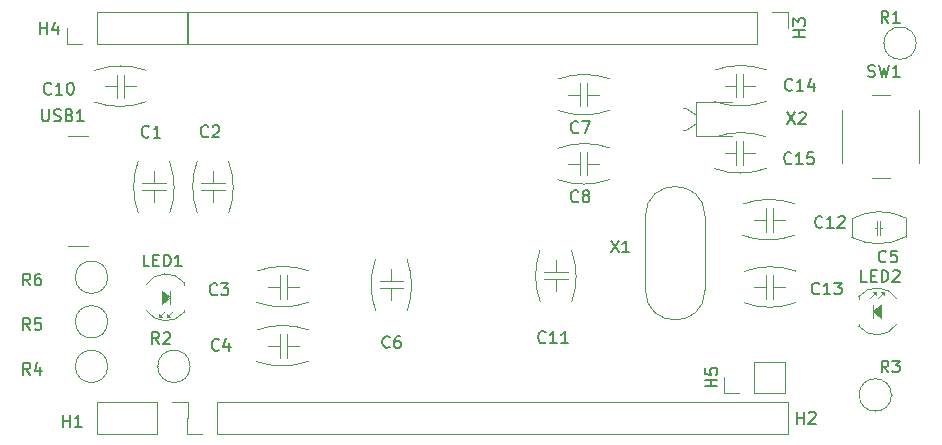
<source format=gto>
G04 Layer: TopSilkscreenLayer*
G04 EasyEDA Pro v2.2.27.1, 2024-09-15 10:59:50*
G04 Gerber Generator version 0.3*
G04 Scale: 100 percent, Rotated: No, Reflected: No*
G04 Dimensions in millimeters*
G04 Leading zeros omitted, absolute positions, 3 integers and 5 decimals*
%TF.GenerationSoftware,KiCad,Pcbnew,8.0.5*%
%TF.CreationDate,2024-10-21T18:28:28+08:00*%
%TF.ProjectId,redraw_TH,72656472-6177-45f5-9448-2e6b69636164,rev?*%
%TF.SameCoordinates,Original*%
%TF.FileFunction,Legend,Top*%
%TF.FilePolarity,Positive*%
%FSLAX46Y46*%
G04 Gerber Fmt 4.6, Leading zero omitted, Abs format (unit mm)*
G04 Created by KiCad (PCBNEW 8.0.5) date 2024-10-21 18:28:28*
%MOMM*%
%LPD*%
G01*
G04 APERTURE LIST*
%ADD10C,0.150000*%
%ADD11C,0.120000*%
G04 APERTURE END LIST*
D10*
X126980476Y-92214819D02*
X127647142Y-93214819D01*
X127647142Y-92214819D02*
X126980476Y-93214819D01*
X127980476Y-92310057D02*
X128028095Y-92262438D01*
X128028095Y-92262438D02*
X128123333Y-92214819D01*
X128123333Y-92214819D02*
X128361428Y-92214819D01*
X128361428Y-92214819D02*
X128456666Y-92262438D01*
X128456666Y-92262438D02*
X128504285Y-92310057D01*
X128504285Y-92310057D02*
X128551904Y-92405295D01*
X128551904Y-92405295D02*
X128551904Y-92500533D01*
X128551904Y-92500533D02*
X128504285Y-92643390D01*
X128504285Y-92643390D02*
X127932857Y-93214819D01*
X127932857Y-93214819D02*
X128551904Y-93214819D01*
X112040476Y-103084819D02*
X112707142Y-104084819D01*
X112707142Y-103084819D02*
X112040476Y-104084819D01*
X113611904Y-104084819D02*
X113040476Y-104084819D01*
X113326190Y-104084819D02*
X113326190Y-103084819D01*
X113326190Y-103084819D02*
X113230952Y-103227676D01*
X113230952Y-103227676D02*
X113135714Y-103322914D01*
X113135714Y-103322914D02*
X113040476Y-103370533D01*
X63901905Y-91984819D02*
X63901905Y-92794342D01*
X63901905Y-92794342D02*
X63949524Y-92889580D01*
X63949524Y-92889580D02*
X63997143Y-92937200D01*
X63997143Y-92937200D02*
X64092381Y-92984819D01*
X64092381Y-92984819D02*
X64282857Y-92984819D01*
X64282857Y-92984819D02*
X64378095Y-92937200D01*
X64378095Y-92937200D02*
X64425714Y-92889580D01*
X64425714Y-92889580D02*
X64473333Y-92794342D01*
X64473333Y-92794342D02*
X64473333Y-91984819D01*
X64901905Y-92937200D02*
X65044762Y-92984819D01*
X65044762Y-92984819D02*
X65282857Y-92984819D01*
X65282857Y-92984819D02*
X65378095Y-92937200D01*
X65378095Y-92937200D02*
X65425714Y-92889580D01*
X65425714Y-92889580D02*
X65473333Y-92794342D01*
X65473333Y-92794342D02*
X65473333Y-92699104D01*
X65473333Y-92699104D02*
X65425714Y-92603866D01*
X65425714Y-92603866D02*
X65378095Y-92556247D01*
X65378095Y-92556247D02*
X65282857Y-92508628D01*
X65282857Y-92508628D02*
X65092381Y-92461009D01*
X65092381Y-92461009D02*
X64997143Y-92413390D01*
X64997143Y-92413390D02*
X64949524Y-92365771D01*
X64949524Y-92365771D02*
X64901905Y-92270533D01*
X64901905Y-92270533D02*
X64901905Y-92175295D01*
X64901905Y-92175295D02*
X64949524Y-92080057D01*
X64949524Y-92080057D02*
X64997143Y-92032438D01*
X64997143Y-92032438D02*
X65092381Y-91984819D01*
X65092381Y-91984819D02*
X65330476Y-91984819D01*
X65330476Y-91984819D02*
X65473333Y-92032438D01*
X66235238Y-92461009D02*
X66378095Y-92508628D01*
X66378095Y-92508628D02*
X66425714Y-92556247D01*
X66425714Y-92556247D02*
X66473333Y-92651485D01*
X66473333Y-92651485D02*
X66473333Y-92794342D01*
X66473333Y-92794342D02*
X66425714Y-92889580D01*
X66425714Y-92889580D02*
X66378095Y-92937200D01*
X66378095Y-92937200D02*
X66282857Y-92984819D01*
X66282857Y-92984819D02*
X65901905Y-92984819D01*
X65901905Y-92984819D02*
X65901905Y-91984819D01*
X65901905Y-91984819D02*
X66235238Y-91984819D01*
X66235238Y-91984819D02*
X66330476Y-92032438D01*
X66330476Y-92032438D02*
X66378095Y-92080057D01*
X66378095Y-92080057D02*
X66425714Y-92175295D01*
X66425714Y-92175295D02*
X66425714Y-92270533D01*
X66425714Y-92270533D02*
X66378095Y-92365771D01*
X66378095Y-92365771D02*
X66330476Y-92413390D01*
X66330476Y-92413390D02*
X66235238Y-92461009D01*
X66235238Y-92461009D02*
X65901905Y-92461009D01*
X67425714Y-92984819D02*
X66854286Y-92984819D01*
X67140000Y-92984819D02*
X67140000Y-91984819D01*
X67140000Y-91984819D02*
X67044762Y-92127676D01*
X67044762Y-92127676D02*
X66949524Y-92222914D01*
X66949524Y-92222914D02*
X66854286Y-92270533D01*
X133834048Y-89187200D02*
X133976905Y-89234819D01*
X133976905Y-89234819D02*
X134215000Y-89234819D01*
X134215000Y-89234819D02*
X134310238Y-89187200D01*
X134310238Y-89187200D02*
X134357857Y-89139580D01*
X134357857Y-89139580D02*
X134405476Y-89044342D01*
X134405476Y-89044342D02*
X134405476Y-88949104D01*
X134405476Y-88949104D02*
X134357857Y-88853866D01*
X134357857Y-88853866D02*
X134310238Y-88806247D01*
X134310238Y-88806247D02*
X134215000Y-88758628D01*
X134215000Y-88758628D02*
X134024524Y-88711009D01*
X134024524Y-88711009D02*
X133929286Y-88663390D01*
X133929286Y-88663390D02*
X133881667Y-88615771D01*
X133881667Y-88615771D02*
X133834048Y-88520533D01*
X133834048Y-88520533D02*
X133834048Y-88425295D01*
X133834048Y-88425295D02*
X133881667Y-88330057D01*
X133881667Y-88330057D02*
X133929286Y-88282438D01*
X133929286Y-88282438D02*
X134024524Y-88234819D01*
X134024524Y-88234819D02*
X134262619Y-88234819D01*
X134262619Y-88234819D02*
X134405476Y-88282438D01*
X134738810Y-88234819D02*
X134976905Y-89234819D01*
X134976905Y-89234819D02*
X135167381Y-88520533D01*
X135167381Y-88520533D02*
X135357857Y-89234819D01*
X135357857Y-89234819D02*
X135595953Y-88234819D01*
X136500714Y-89234819D02*
X135929286Y-89234819D01*
X136215000Y-89234819D02*
X136215000Y-88234819D01*
X136215000Y-88234819D02*
X136119762Y-88377676D01*
X136119762Y-88377676D02*
X136024524Y-88472914D01*
X136024524Y-88472914D02*
X135929286Y-88520533D01*
X62883333Y-106884819D02*
X62550000Y-106408628D01*
X62311905Y-106884819D02*
X62311905Y-105884819D01*
X62311905Y-105884819D02*
X62692857Y-105884819D01*
X62692857Y-105884819D02*
X62788095Y-105932438D01*
X62788095Y-105932438D02*
X62835714Y-105980057D01*
X62835714Y-105980057D02*
X62883333Y-106075295D01*
X62883333Y-106075295D02*
X62883333Y-106218152D01*
X62883333Y-106218152D02*
X62835714Y-106313390D01*
X62835714Y-106313390D02*
X62788095Y-106361009D01*
X62788095Y-106361009D02*
X62692857Y-106408628D01*
X62692857Y-106408628D02*
X62311905Y-106408628D01*
X63740476Y-105884819D02*
X63550000Y-105884819D01*
X63550000Y-105884819D02*
X63454762Y-105932438D01*
X63454762Y-105932438D02*
X63407143Y-105980057D01*
X63407143Y-105980057D02*
X63311905Y-106122914D01*
X63311905Y-106122914D02*
X63264286Y-106313390D01*
X63264286Y-106313390D02*
X63264286Y-106694342D01*
X63264286Y-106694342D02*
X63311905Y-106789580D01*
X63311905Y-106789580D02*
X63359524Y-106837200D01*
X63359524Y-106837200D02*
X63454762Y-106884819D01*
X63454762Y-106884819D02*
X63645238Y-106884819D01*
X63645238Y-106884819D02*
X63740476Y-106837200D01*
X63740476Y-106837200D02*
X63788095Y-106789580D01*
X63788095Y-106789580D02*
X63835714Y-106694342D01*
X63835714Y-106694342D02*
X63835714Y-106456247D01*
X63835714Y-106456247D02*
X63788095Y-106361009D01*
X63788095Y-106361009D02*
X63740476Y-106313390D01*
X63740476Y-106313390D02*
X63645238Y-106265771D01*
X63645238Y-106265771D02*
X63454762Y-106265771D01*
X63454762Y-106265771D02*
X63359524Y-106313390D01*
X63359524Y-106313390D02*
X63311905Y-106361009D01*
X63311905Y-106361009D02*
X63264286Y-106456247D01*
X62883333Y-110659819D02*
X62550000Y-110183628D01*
X62311905Y-110659819D02*
X62311905Y-109659819D01*
X62311905Y-109659819D02*
X62692857Y-109659819D01*
X62692857Y-109659819D02*
X62788095Y-109707438D01*
X62788095Y-109707438D02*
X62835714Y-109755057D01*
X62835714Y-109755057D02*
X62883333Y-109850295D01*
X62883333Y-109850295D02*
X62883333Y-109993152D01*
X62883333Y-109993152D02*
X62835714Y-110088390D01*
X62835714Y-110088390D02*
X62788095Y-110136009D01*
X62788095Y-110136009D02*
X62692857Y-110183628D01*
X62692857Y-110183628D02*
X62311905Y-110183628D01*
X63788095Y-109659819D02*
X63311905Y-109659819D01*
X63311905Y-109659819D02*
X63264286Y-110136009D01*
X63264286Y-110136009D02*
X63311905Y-110088390D01*
X63311905Y-110088390D02*
X63407143Y-110040771D01*
X63407143Y-110040771D02*
X63645238Y-110040771D01*
X63645238Y-110040771D02*
X63740476Y-110088390D01*
X63740476Y-110088390D02*
X63788095Y-110136009D01*
X63788095Y-110136009D02*
X63835714Y-110231247D01*
X63835714Y-110231247D02*
X63835714Y-110469342D01*
X63835714Y-110469342D02*
X63788095Y-110564580D01*
X63788095Y-110564580D02*
X63740476Y-110612200D01*
X63740476Y-110612200D02*
X63645238Y-110659819D01*
X63645238Y-110659819D02*
X63407143Y-110659819D01*
X63407143Y-110659819D02*
X63311905Y-110612200D01*
X63311905Y-110612200D02*
X63264286Y-110564580D01*
X62883333Y-114434819D02*
X62550000Y-113958628D01*
X62311905Y-114434819D02*
X62311905Y-113434819D01*
X62311905Y-113434819D02*
X62692857Y-113434819D01*
X62692857Y-113434819D02*
X62788095Y-113482438D01*
X62788095Y-113482438D02*
X62835714Y-113530057D01*
X62835714Y-113530057D02*
X62883333Y-113625295D01*
X62883333Y-113625295D02*
X62883333Y-113768152D01*
X62883333Y-113768152D02*
X62835714Y-113863390D01*
X62835714Y-113863390D02*
X62788095Y-113911009D01*
X62788095Y-113911009D02*
X62692857Y-113958628D01*
X62692857Y-113958628D02*
X62311905Y-113958628D01*
X63740476Y-113768152D02*
X63740476Y-114434819D01*
X63502381Y-113387200D02*
X63264286Y-114101485D01*
X63264286Y-114101485D02*
X63883333Y-114101485D01*
X135548333Y-114244819D02*
X135215000Y-113768628D01*
X134976905Y-114244819D02*
X134976905Y-113244819D01*
X134976905Y-113244819D02*
X135357857Y-113244819D01*
X135357857Y-113244819D02*
X135453095Y-113292438D01*
X135453095Y-113292438D02*
X135500714Y-113340057D01*
X135500714Y-113340057D02*
X135548333Y-113435295D01*
X135548333Y-113435295D02*
X135548333Y-113578152D01*
X135548333Y-113578152D02*
X135500714Y-113673390D01*
X135500714Y-113673390D02*
X135453095Y-113721009D01*
X135453095Y-113721009D02*
X135357857Y-113768628D01*
X135357857Y-113768628D02*
X134976905Y-113768628D01*
X135881667Y-113244819D02*
X136500714Y-113244819D01*
X136500714Y-113244819D02*
X136167381Y-113625771D01*
X136167381Y-113625771D02*
X136310238Y-113625771D01*
X136310238Y-113625771D02*
X136405476Y-113673390D01*
X136405476Y-113673390D02*
X136453095Y-113721009D01*
X136453095Y-113721009D02*
X136500714Y-113816247D01*
X136500714Y-113816247D02*
X136500714Y-114054342D01*
X136500714Y-114054342D02*
X136453095Y-114149580D01*
X136453095Y-114149580D02*
X136405476Y-114197200D01*
X136405476Y-114197200D02*
X136310238Y-114244819D01*
X136310238Y-114244819D02*
X136024524Y-114244819D01*
X136024524Y-114244819D02*
X135929286Y-114197200D01*
X135929286Y-114197200D02*
X135881667Y-114149580D01*
X73803333Y-111834819D02*
X73470000Y-111358628D01*
X73231905Y-111834819D02*
X73231905Y-110834819D01*
X73231905Y-110834819D02*
X73612857Y-110834819D01*
X73612857Y-110834819D02*
X73708095Y-110882438D01*
X73708095Y-110882438D02*
X73755714Y-110930057D01*
X73755714Y-110930057D02*
X73803333Y-111025295D01*
X73803333Y-111025295D02*
X73803333Y-111168152D01*
X73803333Y-111168152D02*
X73755714Y-111263390D01*
X73755714Y-111263390D02*
X73708095Y-111311009D01*
X73708095Y-111311009D02*
X73612857Y-111358628D01*
X73612857Y-111358628D02*
X73231905Y-111358628D01*
X74184286Y-110930057D02*
X74231905Y-110882438D01*
X74231905Y-110882438D02*
X74327143Y-110834819D01*
X74327143Y-110834819D02*
X74565238Y-110834819D01*
X74565238Y-110834819D02*
X74660476Y-110882438D01*
X74660476Y-110882438D02*
X74708095Y-110930057D01*
X74708095Y-110930057D02*
X74755714Y-111025295D01*
X74755714Y-111025295D02*
X74755714Y-111120533D01*
X74755714Y-111120533D02*
X74708095Y-111263390D01*
X74708095Y-111263390D02*
X74136667Y-111834819D01*
X74136667Y-111834819D02*
X74755714Y-111834819D01*
X135548333Y-84654819D02*
X135215000Y-84178628D01*
X134976905Y-84654819D02*
X134976905Y-83654819D01*
X134976905Y-83654819D02*
X135357857Y-83654819D01*
X135357857Y-83654819D02*
X135453095Y-83702438D01*
X135453095Y-83702438D02*
X135500714Y-83750057D01*
X135500714Y-83750057D02*
X135548333Y-83845295D01*
X135548333Y-83845295D02*
X135548333Y-83988152D01*
X135548333Y-83988152D02*
X135500714Y-84083390D01*
X135500714Y-84083390D02*
X135453095Y-84131009D01*
X135453095Y-84131009D02*
X135357857Y-84178628D01*
X135357857Y-84178628D02*
X134976905Y-84178628D01*
X136500714Y-84654819D02*
X135929286Y-84654819D01*
X136215000Y-84654819D02*
X136215000Y-83654819D01*
X136215000Y-83654819D02*
X136119762Y-83797676D01*
X136119762Y-83797676D02*
X136024524Y-83892914D01*
X136024524Y-83892914D02*
X135929286Y-83940533D01*
X133738809Y-106581194D02*
X133262619Y-106581194D01*
X133262619Y-106581194D02*
X133262619Y-105581194D01*
X134072143Y-106057384D02*
X134405476Y-106057384D01*
X134548333Y-106581194D02*
X134072143Y-106581194D01*
X134072143Y-106581194D02*
X134072143Y-105581194D01*
X134072143Y-105581194D02*
X134548333Y-105581194D01*
X134976905Y-106581194D02*
X134976905Y-105581194D01*
X134976905Y-105581194D02*
X135215000Y-105581194D01*
X135215000Y-105581194D02*
X135357857Y-105628813D01*
X135357857Y-105628813D02*
X135453095Y-105724051D01*
X135453095Y-105724051D02*
X135500714Y-105819289D01*
X135500714Y-105819289D02*
X135548333Y-106009765D01*
X135548333Y-106009765D02*
X135548333Y-106152622D01*
X135548333Y-106152622D02*
X135500714Y-106343098D01*
X135500714Y-106343098D02*
X135453095Y-106438336D01*
X135453095Y-106438336D02*
X135357857Y-106533575D01*
X135357857Y-106533575D02*
X135215000Y-106581194D01*
X135215000Y-106581194D02*
X134976905Y-106581194D01*
X135929286Y-105676432D02*
X135976905Y-105628813D01*
X135976905Y-105628813D02*
X136072143Y-105581194D01*
X136072143Y-105581194D02*
X136310238Y-105581194D01*
X136310238Y-105581194D02*
X136405476Y-105628813D01*
X136405476Y-105628813D02*
X136453095Y-105676432D01*
X136453095Y-105676432D02*
X136500714Y-105771670D01*
X136500714Y-105771670D02*
X136500714Y-105866908D01*
X136500714Y-105866908D02*
X136453095Y-106009765D01*
X136453095Y-106009765D02*
X135881667Y-106581194D01*
X135881667Y-106581194D02*
X136500714Y-106581194D01*
X72970952Y-105284819D02*
X72494762Y-105284819D01*
X72494762Y-105284819D02*
X72494762Y-104284819D01*
X73304286Y-104761009D02*
X73637619Y-104761009D01*
X73780476Y-105284819D02*
X73304286Y-105284819D01*
X73304286Y-105284819D02*
X73304286Y-104284819D01*
X73304286Y-104284819D02*
X73780476Y-104284819D01*
X74209048Y-105284819D02*
X74209048Y-104284819D01*
X74209048Y-104284819D02*
X74447143Y-104284819D01*
X74447143Y-104284819D02*
X74590000Y-104332438D01*
X74590000Y-104332438D02*
X74685238Y-104427676D01*
X74685238Y-104427676D02*
X74732857Y-104522914D01*
X74732857Y-104522914D02*
X74780476Y-104713390D01*
X74780476Y-104713390D02*
X74780476Y-104856247D01*
X74780476Y-104856247D02*
X74732857Y-105046723D01*
X74732857Y-105046723D02*
X74685238Y-105141961D01*
X74685238Y-105141961D02*
X74590000Y-105237200D01*
X74590000Y-105237200D02*
X74447143Y-105284819D01*
X74447143Y-105284819D02*
X74209048Y-105284819D01*
X75732857Y-105284819D02*
X75161429Y-105284819D01*
X75447143Y-105284819D02*
X75447143Y-104284819D01*
X75447143Y-104284819D02*
X75351905Y-104427676D01*
X75351905Y-104427676D02*
X75256667Y-104522914D01*
X75256667Y-104522914D02*
X75161429Y-104570533D01*
X121064819Y-115431904D02*
X120064819Y-115431904D01*
X120541009Y-115431904D02*
X120541009Y-114860476D01*
X121064819Y-114860476D02*
X120064819Y-114860476D01*
X120064819Y-113908095D02*
X120064819Y-114384285D01*
X120064819Y-114384285D02*
X120541009Y-114431904D01*
X120541009Y-114431904D02*
X120493390Y-114384285D01*
X120493390Y-114384285D02*
X120445771Y-114289047D01*
X120445771Y-114289047D02*
X120445771Y-114050952D01*
X120445771Y-114050952D02*
X120493390Y-113955714D01*
X120493390Y-113955714D02*
X120541009Y-113908095D01*
X120541009Y-113908095D02*
X120636247Y-113860476D01*
X120636247Y-113860476D02*
X120874342Y-113860476D01*
X120874342Y-113860476D02*
X120969580Y-113908095D01*
X120969580Y-113908095D02*
X121017200Y-113955714D01*
X121017200Y-113955714D02*
X121064819Y-114050952D01*
X121064819Y-114050952D02*
X121064819Y-114289047D01*
X121064819Y-114289047D02*
X121017200Y-114384285D01*
X121017200Y-114384285D02*
X120969580Y-114431904D01*
X63738095Y-85604819D02*
X63738095Y-84604819D01*
X63738095Y-85081009D02*
X64309523Y-85081009D01*
X64309523Y-85604819D02*
X64309523Y-84604819D01*
X65214285Y-84938152D02*
X65214285Y-85604819D01*
X64976190Y-84557200D02*
X64738095Y-85271485D01*
X64738095Y-85271485D02*
X65357142Y-85271485D01*
X128514819Y-85851904D02*
X127514819Y-85851904D01*
X127991009Y-85851904D02*
X127991009Y-85280476D01*
X128514819Y-85280476D02*
X127514819Y-85280476D01*
X127514819Y-84899523D02*
X127514819Y-84280476D01*
X127514819Y-84280476D02*
X127895771Y-84613809D01*
X127895771Y-84613809D02*
X127895771Y-84470952D01*
X127895771Y-84470952D02*
X127943390Y-84375714D01*
X127943390Y-84375714D02*
X127991009Y-84328095D01*
X127991009Y-84328095D02*
X128086247Y-84280476D01*
X128086247Y-84280476D02*
X128324342Y-84280476D01*
X128324342Y-84280476D02*
X128419580Y-84328095D01*
X128419580Y-84328095D02*
X128467200Y-84375714D01*
X128467200Y-84375714D02*
X128514819Y-84470952D01*
X128514819Y-84470952D02*
X128514819Y-84756666D01*
X128514819Y-84756666D02*
X128467200Y-84851904D01*
X128467200Y-84851904D02*
X128419580Y-84899523D01*
X127818095Y-118594819D02*
X127818095Y-117594819D01*
X127818095Y-118071009D02*
X128389523Y-118071009D01*
X128389523Y-118594819D02*
X128389523Y-117594819D01*
X128818095Y-117690057D02*
X128865714Y-117642438D01*
X128865714Y-117642438D02*
X128960952Y-117594819D01*
X128960952Y-117594819D02*
X129199047Y-117594819D01*
X129199047Y-117594819D02*
X129294285Y-117642438D01*
X129294285Y-117642438D02*
X129341904Y-117690057D01*
X129341904Y-117690057D02*
X129389523Y-117785295D01*
X129389523Y-117785295D02*
X129389523Y-117880533D01*
X129389523Y-117880533D02*
X129341904Y-118023390D01*
X129341904Y-118023390D02*
X128770476Y-118594819D01*
X128770476Y-118594819D02*
X129389523Y-118594819D01*
X65668095Y-118864819D02*
X65668095Y-117864819D01*
X65668095Y-118341009D02*
X66239523Y-118341009D01*
X66239523Y-118864819D02*
X66239523Y-117864819D01*
X67239523Y-118864819D02*
X66668095Y-118864819D01*
X66953809Y-118864819D02*
X66953809Y-117864819D01*
X66953809Y-117864819D02*
X66858571Y-118007676D01*
X66858571Y-118007676D02*
X66763333Y-118102914D01*
X66763333Y-118102914D02*
X66668095Y-118150533D01*
X127337142Y-96519580D02*
X127289523Y-96567200D01*
X127289523Y-96567200D02*
X127146666Y-96614819D01*
X127146666Y-96614819D02*
X127051428Y-96614819D01*
X127051428Y-96614819D02*
X126908571Y-96567200D01*
X126908571Y-96567200D02*
X126813333Y-96471961D01*
X126813333Y-96471961D02*
X126765714Y-96376723D01*
X126765714Y-96376723D02*
X126718095Y-96186247D01*
X126718095Y-96186247D02*
X126718095Y-96043390D01*
X126718095Y-96043390D02*
X126765714Y-95852914D01*
X126765714Y-95852914D02*
X126813333Y-95757676D01*
X126813333Y-95757676D02*
X126908571Y-95662438D01*
X126908571Y-95662438D02*
X127051428Y-95614819D01*
X127051428Y-95614819D02*
X127146666Y-95614819D01*
X127146666Y-95614819D02*
X127289523Y-95662438D01*
X127289523Y-95662438D02*
X127337142Y-95710057D01*
X128289523Y-96614819D02*
X127718095Y-96614819D01*
X128003809Y-96614819D02*
X128003809Y-95614819D01*
X128003809Y-95614819D02*
X127908571Y-95757676D01*
X127908571Y-95757676D02*
X127813333Y-95852914D01*
X127813333Y-95852914D02*
X127718095Y-95900533D01*
X129194285Y-95614819D02*
X128718095Y-95614819D01*
X128718095Y-95614819D02*
X128670476Y-96091009D01*
X128670476Y-96091009D02*
X128718095Y-96043390D01*
X128718095Y-96043390D02*
X128813333Y-95995771D01*
X128813333Y-95995771D02*
X129051428Y-95995771D01*
X129051428Y-95995771D02*
X129146666Y-96043390D01*
X129146666Y-96043390D02*
X129194285Y-96091009D01*
X129194285Y-96091009D02*
X129241904Y-96186247D01*
X129241904Y-96186247D02*
X129241904Y-96424342D01*
X129241904Y-96424342D02*
X129194285Y-96519580D01*
X129194285Y-96519580D02*
X129146666Y-96567200D01*
X129146666Y-96567200D02*
X129051428Y-96614819D01*
X129051428Y-96614819D02*
X128813333Y-96614819D01*
X128813333Y-96614819D02*
X128718095Y-96567200D01*
X128718095Y-96567200D02*
X128670476Y-96519580D01*
X127407142Y-90309580D02*
X127359523Y-90357200D01*
X127359523Y-90357200D02*
X127216666Y-90404819D01*
X127216666Y-90404819D02*
X127121428Y-90404819D01*
X127121428Y-90404819D02*
X126978571Y-90357200D01*
X126978571Y-90357200D02*
X126883333Y-90261961D01*
X126883333Y-90261961D02*
X126835714Y-90166723D01*
X126835714Y-90166723D02*
X126788095Y-89976247D01*
X126788095Y-89976247D02*
X126788095Y-89833390D01*
X126788095Y-89833390D02*
X126835714Y-89642914D01*
X126835714Y-89642914D02*
X126883333Y-89547676D01*
X126883333Y-89547676D02*
X126978571Y-89452438D01*
X126978571Y-89452438D02*
X127121428Y-89404819D01*
X127121428Y-89404819D02*
X127216666Y-89404819D01*
X127216666Y-89404819D02*
X127359523Y-89452438D01*
X127359523Y-89452438D02*
X127407142Y-89500057D01*
X128359523Y-90404819D02*
X127788095Y-90404819D01*
X128073809Y-90404819D02*
X128073809Y-89404819D01*
X128073809Y-89404819D02*
X127978571Y-89547676D01*
X127978571Y-89547676D02*
X127883333Y-89642914D01*
X127883333Y-89642914D02*
X127788095Y-89690533D01*
X129216666Y-89738152D02*
X129216666Y-90404819D01*
X128978571Y-89357200D02*
X128740476Y-90071485D01*
X128740476Y-90071485D02*
X129359523Y-90071485D01*
X129687142Y-107549580D02*
X129639523Y-107597200D01*
X129639523Y-107597200D02*
X129496666Y-107644819D01*
X129496666Y-107644819D02*
X129401428Y-107644819D01*
X129401428Y-107644819D02*
X129258571Y-107597200D01*
X129258571Y-107597200D02*
X129163333Y-107501961D01*
X129163333Y-107501961D02*
X129115714Y-107406723D01*
X129115714Y-107406723D02*
X129068095Y-107216247D01*
X129068095Y-107216247D02*
X129068095Y-107073390D01*
X129068095Y-107073390D02*
X129115714Y-106882914D01*
X129115714Y-106882914D02*
X129163333Y-106787676D01*
X129163333Y-106787676D02*
X129258571Y-106692438D01*
X129258571Y-106692438D02*
X129401428Y-106644819D01*
X129401428Y-106644819D02*
X129496666Y-106644819D01*
X129496666Y-106644819D02*
X129639523Y-106692438D01*
X129639523Y-106692438D02*
X129687142Y-106740057D01*
X130639523Y-107644819D02*
X130068095Y-107644819D01*
X130353809Y-107644819D02*
X130353809Y-106644819D01*
X130353809Y-106644819D02*
X130258571Y-106787676D01*
X130258571Y-106787676D02*
X130163333Y-106882914D01*
X130163333Y-106882914D02*
X130068095Y-106930533D01*
X130972857Y-106644819D02*
X131591904Y-106644819D01*
X131591904Y-106644819D02*
X131258571Y-107025771D01*
X131258571Y-107025771D02*
X131401428Y-107025771D01*
X131401428Y-107025771D02*
X131496666Y-107073390D01*
X131496666Y-107073390D02*
X131544285Y-107121009D01*
X131544285Y-107121009D02*
X131591904Y-107216247D01*
X131591904Y-107216247D02*
X131591904Y-107454342D01*
X131591904Y-107454342D02*
X131544285Y-107549580D01*
X131544285Y-107549580D02*
X131496666Y-107597200D01*
X131496666Y-107597200D02*
X131401428Y-107644819D01*
X131401428Y-107644819D02*
X131115714Y-107644819D01*
X131115714Y-107644819D02*
X131020476Y-107597200D01*
X131020476Y-107597200D02*
X130972857Y-107549580D01*
X129957142Y-101909580D02*
X129909523Y-101957200D01*
X129909523Y-101957200D02*
X129766666Y-102004819D01*
X129766666Y-102004819D02*
X129671428Y-102004819D01*
X129671428Y-102004819D02*
X129528571Y-101957200D01*
X129528571Y-101957200D02*
X129433333Y-101861961D01*
X129433333Y-101861961D02*
X129385714Y-101766723D01*
X129385714Y-101766723D02*
X129338095Y-101576247D01*
X129338095Y-101576247D02*
X129338095Y-101433390D01*
X129338095Y-101433390D02*
X129385714Y-101242914D01*
X129385714Y-101242914D02*
X129433333Y-101147676D01*
X129433333Y-101147676D02*
X129528571Y-101052438D01*
X129528571Y-101052438D02*
X129671428Y-101004819D01*
X129671428Y-101004819D02*
X129766666Y-101004819D01*
X129766666Y-101004819D02*
X129909523Y-101052438D01*
X129909523Y-101052438D02*
X129957142Y-101100057D01*
X130909523Y-102004819D02*
X130338095Y-102004819D01*
X130623809Y-102004819D02*
X130623809Y-101004819D01*
X130623809Y-101004819D02*
X130528571Y-101147676D01*
X130528571Y-101147676D02*
X130433333Y-101242914D01*
X130433333Y-101242914D02*
X130338095Y-101290533D01*
X131290476Y-101100057D02*
X131338095Y-101052438D01*
X131338095Y-101052438D02*
X131433333Y-101004819D01*
X131433333Y-101004819D02*
X131671428Y-101004819D01*
X131671428Y-101004819D02*
X131766666Y-101052438D01*
X131766666Y-101052438D02*
X131814285Y-101100057D01*
X131814285Y-101100057D02*
X131861904Y-101195295D01*
X131861904Y-101195295D02*
X131861904Y-101290533D01*
X131861904Y-101290533D02*
X131814285Y-101433390D01*
X131814285Y-101433390D02*
X131242857Y-102004819D01*
X131242857Y-102004819D02*
X131861904Y-102004819D01*
X106527142Y-111679580D02*
X106479523Y-111727200D01*
X106479523Y-111727200D02*
X106336666Y-111774819D01*
X106336666Y-111774819D02*
X106241428Y-111774819D01*
X106241428Y-111774819D02*
X106098571Y-111727200D01*
X106098571Y-111727200D02*
X106003333Y-111631961D01*
X106003333Y-111631961D02*
X105955714Y-111536723D01*
X105955714Y-111536723D02*
X105908095Y-111346247D01*
X105908095Y-111346247D02*
X105908095Y-111203390D01*
X105908095Y-111203390D02*
X105955714Y-111012914D01*
X105955714Y-111012914D02*
X106003333Y-110917676D01*
X106003333Y-110917676D02*
X106098571Y-110822438D01*
X106098571Y-110822438D02*
X106241428Y-110774819D01*
X106241428Y-110774819D02*
X106336666Y-110774819D01*
X106336666Y-110774819D02*
X106479523Y-110822438D01*
X106479523Y-110822438D02*
X106527142Y-110870057D01*
X107479523Y-111774819D02*
X106908095Y-111774819D01*
X107193809Y-111774819D02*
X107193809Y-110774819D01*
X107193809Y-110774819D02*
X107098571Y-110917676D01*
X107098571Y-110917676D02*
X107003333Y-111012914D01*
X107003333Y-111012914D02*
X106908095Y-111060533D01*
X108431904Y-111774819D02*
X107860476Y-111774819D01*
X108146190Y-111774819D02*
X108146190Y-110774819D01*
X108146190Y-110774819D02*
X108050952Y-110917676D01*
X108050952Y-110917676D02*
X107955714Y-111012914D01*
X107955714Y-111012914D02*
X107860476Y-111060533D01*
X64667142Y-90629580D02*
X64619523Y-90677200D01*
X64619523Y-90677200D02*
X64476666Y-90724819D01*
X64476666Y-90724819D02*
X64381428Y-90724819D01*
X64381428Y-90724819D02*
X64238571Y-90677200D01*
X64238571Y-90677200D02*
X64143333Y-90581961D01*
X64143333Y-90581961D02*
X64095714Y-90486723D01*
X64095714Y-90486723D02*
X64048095Y-90296247D01*
X64048095Y-90296247D02*
X64048095Y-90153390D01*
X64048095Y-90153390D02*
X64095714Y-89962914D01*
X64095714Y-89962914D02*
X64143333Y-89867676D01*
X64143333Y-89867676D02*
X64238571Y-89772438D01*
X64238571Y-89772438D02*
X64381428Y-89724819D01*
X64381428Y-89724819D02*
X64476666Y-89724819D01*
X64476666Y-89724819D02*
X64619523Y-89772438D01*
X64619523Y-89772438D02*
X64667142Y-89820057D01*
X65619523Y-90724819D02*
X65048095Y-90724819D01*
X65333809Y-90724819D02*
X65333809Y-89724819D01*
X65333809Y-89724819D02*
X65238571Y-89867676D01*
X65238571Y-89867676D02*
X65143333Y-89962914D01*
X65143333Y-89962914D02*
X65048095Y-90010533D01*
X66238571Y-89724819D02*
X66333809Y-89724819D01*
X66333809Y-89724819D02*
X66429047Y-89772438D01*
X66429047Y-89772438D02*
X66476666Y-89820057D01*
X66476666Y-89820057D02*
X66524285Y-89915295D01*
X66524285Y-89915295D02*
X66571904Y-90105771D01*
X66571904Y-90105771D02*
X66571904Y-90343866D01*
X66571904Y-90343866D02*
X66524285Y-90534342D01*
X66524285Y-90534342D02*
X66476666Y-90629580D01*
X66476666Y-90629580D02*
X66429047Y-90677200D01*
X66429047Y-90677200D02*
X66333809Y-90724819D01*
X66333809Y-90724819D02*
X66238571Y-90724819D01*
X66238571Y-90724819D02*
X66143333Y-90677200D01*
X66143333Y-90677200D02*
X66095714Y-90629580D01*
X66095714Y-90629580D02*
X66048095Y-90534342D01*
X66048095Y-90534342D02*
X66000476Y-90343866D01*
X66000476Y-90343866D02*
X66000476Y-90105771D01*
X66000476Y-90105771D02*
X66048095Y-89915295D01*
X66048095Y-89915295D02*
X66095714Y-89820057D01*
X66095714Y-89820057D02*
X66143333Y-89772438D01*
X66143333Y-89772438D02*
X66238571Y-89724819D01*
X109293333Y-99749580D02*
X109245714Y-99797200D01*
X109245714Y-99797200D02*
X109102857Y-99844819D01*
X109102857Y-99844819D02*
X109007619Y-99844819D01*
X109007619Y-99844819D02*
X108864762Y-99797200D01*
X108864762Y-99797200D02*
X108769524Y-99701961D01*
X108769524Y-99701961D02*
X108721905Y-99606723D01*
X108721905Y-99606723D02*
X108674286Y-99416247D01*
X108674286Y-99416247D02*
X108674286Y-99273390D01*
X108674286Y-99273390D02*
X108721905Y-99082914D01*
X108721905Y-99082914D02*
X108769524Y-98987676D01*
X108769524Y-98987676D02*
X108864762Y-98892438D01*
X108864762Y-98892438D02*
X109007619Y-98844819D01*
X109007619Y-98844819D02*
X109102857Y-98844819D01*
X109102857Y-98844819D02*
X109245714Y-98892438D01*
X109245714Y-98892438D02*
X109293333Y-98940057D01*
X109864762Y-99273390D02*
X109769524Y-99225771D01*
X109769524Y-99225771D02*
X109721905Y-99178152D01*
X109721905Y-99178152D02*
X109674286Y-99082914D01*
X109674286Y-99082914D02*
X109674286Y-99035295D01*
X109674286Y-99035295D02*
X109721905Y-98940057D01*
X109721905Y-98940057D02*
X109769524Y-98892438D01*
X109769524Y-98892438D02*
X109864762Y-98844819D01*
X109864762Y-98844819D02*
X110055238Y-98844819D01*
X110055238Y-98844819D02*
X110150476Y-98892438D01*
X110150476Y-98892438D02*
X110198095Y-98940057D01*
X110198095Y-98940057D02*
X110245714Y-99035295D01*
X110245714Y-99035295D02*
X110245714Y-99082914D01*
X110245714Y-99082914D02*
X110198095Y-99178152D01*
X110198095Y-99178152D02*
X110150476Y-99225771D01*
X110150476Y-99225771D02*
X110055238Y-99273390D01*
X110055238Y-99273390D02*
X109864762Y-99273390D01*
X109864762Y-99273390D02*
X109769524Y-99321009D01*
X109769524Y-99321009D02*
X109721905Y-99368628D01*
X109721905Y-99368628D02*
X109674286Y-99463866D01*
X109674286Y-99463866D02*
X109674286Y-99654342D01*
X109674286Y-99654342D02*
X109721905Y-99749580D01*
X109721905Y-99749580D02*
X109769524Y-99797200D01*
X109769524Y-99797200D02*
X109864762Y-99844819D01*
X109864762Y-99844819D02*
X110055238Y-99844819D01*
X110055238Y-99844819D02*
X110150476Y-99797200D01*
X110150476Y-99797200D02*
X110198095Y-99749580D01*
X110198095Y-99749580D02*
X110245714Y-99654342D01*
X110245714Y-99654342D02*
X110245714Y-99463866D01*
X110245714Y-99463866D02*
X110198095Y-99368628D01*
X110198095Y-99368628D02*
X110150476Y-99321009D01*
X110150476Y-99321009D02*
X110055238Y-99273390D01*
X109293333Y-93894580D02*
X109245714Y-93942200D01*
X109245714Y-93942200D02*
X109102857Y-93989819D01*
X109102857Y-93989819D02*
X109007619Y-93989819D01*
X109007619Y-93989819D02*
X108864762Y-93942200D01*
X108864762Y-93942200D02*
X108769524Y-93846961D01*
X108769524Y-93846961D02*
X108721905Y-93751723D01*
X108721905Y-93751723D02*
X108674286Y-93561247D01*
X108674286Y-93561247D02*
X108674286Y-93418390D01*
X108674286Y-93418390D02*
X108721905Y-93227914D01*
X108721905Y-93227914D02*
X108769524Y-93132676D01*
X108769524Y-93132676D02*
X108864762Y-93037438D01*
X108864762Y-93037438D02*
X109007619Y-92989819D01*
X109007619Y-92989819D02*
X109102857Y-92989819D01*
X109102857Y-92989819D02*
X109245714Y-93037438D01*
X109245714Y-93037438D02*
X109293333Y-93085057D01*
X109626667Y-92989819D02*
X110293333Y-92989819D01*
X110293333Y-92989819D02*
X109864762Y-93989819D01*
X93333333Y-112079580D02*
X93285714Y-112127200D01*
X93285714Y-112127200D02*
X93142857Y-112174819D01*
X93142857Y-112174819D02*
X93047619Y-112174819D01*
X93047619Y-112174819D02*
X92904762Y-112127200D01*
X92904762Y-112127200D02*
X92809524Y-112031961D01*
X92809524Y-112031961D02*
X92761905Y-111936723D01*
X92761905Y-111936723D02*
X92714286Y-111746247D01*
X92714286Y-111746247D02*
X92714286Y-111603390D01*
X92714286Y-111603390D02*
X92761905Y-111412914D01*
X92761905Y-111412914D02*
X92809524Y-111317676D01*
X92809524Y-111317676D02*
X92904762Y-111222438D01*
X92904762Y-111222438D02*
X93047619Y-111174819D01*
X93047619Y-111174819D02*
X93142857Y-111174819D01*
X93142857Y-111174819D02*
X93285714Y-111222438D01*
X93285714Y-111222438D02*
X93333333Y-111270057D01*
X94190476Y-111174819D02*
X94000000Y-111174819D01*
X94000000Y-111174819D02*
X93904762Y-111222438D01*
X93904762Y-111222438D02*
X93857143Y-111270057D01*
X93857143Y-111270057D02*
X93761905Y-111412914D01*
X93761905Y-111412914D02*
X93714286Y-111603390D01*
X93714286Y-111603390D02*
X93714286Y-111984342D01*
X93714286Y-111984342D02*
X93761905Y-112079580D01*
X93761905Y-112079580D02*
X93809524Y-112127200D01*
X93809524Y-112127200D02*
X93904762Y-112174819D01*
X93904762Y-112174819D02*
X94095238Y-112174819D01*
X94095238Y-112174819D02*
X94190476Y-112127200D01*
X94190476Y-112127200D02*
X94238095Y-112079580D01*
X94238095Y-112079580D02*
X94285714Y-111984342D01*
X94285714Y-111984342D02*
X94285714Y-111746247D01*
X94285714Y-111746247D02*
X94238095Y-111651009D01*
X94238095Y-111651009D02*
X94190476Y-111603390D01*
X94190476Y-111603390D02*
X94095238Y-111555771D01*
X94095238Y-111555771D02*
X93904762Y-111555771D01*
X93904762Y-111555771D02*
X93809524Y-111603390D01*
X93809524Y-111603390D02*
X93761905Y-111651009D01*
X93761905Y-111651009D02*
X93714286Y-111746247D01*
X135353333Y-104839580D02*
X135305714Y-104887200D01*
X135305714Y-104887200D02*
X135162857Y-104934819D01*
X135162857Y-104934819D02*
X135067619Y-104934819D01*
X135067619Y-104934819D02*
X134924762Y-104887200D01*
X134924762Y-104887200D02*
X134829524Y-104791961D01*
X134829524Y-104791961D02*
X134781905Y-104696723D01*
X134781905Y-104696723D02*
X134734286Y-104506247D01*
X134734286Y-104506247D02*
X134734286Y-104363390D01*
X134734286Y-104363390D02*
X134781905Y-104172914D01*
X134781905Y-104172914D02*
X134829524Y-104077676D01*
X134829524Y-104077676D02*
X134924762Y-103982438D01*
X134924762Y-103982438D02*
X135067619Y-103934819D01*
X135067619Y-103934819D02*
X135162857Y-103934819D01*
X135162857Y-103934819D02*
X135305714Y-103982438D01*
X135305714Y-103982438D02*
X135353333Y-104030057D01*
X136258095Y-103934819D02*
X135781905Y-103934819D01*
X135781905Y-103934819D02*
X135734286Y-104411009D01*
X135734286Y-104411009D02*
X135781905Y-104363390D01*
X135781905Y-104363390D02*
X135877143Y-104315771D01*
X135877143Y-104315771D02*
X136115238Y-104315771D01*
X136115238Y-104315771D02*
X136210476Y-104363390D01*
X136210476Y-104363390D02*
X136258095Y-104411009D01*
X136258095Y-104411009D02*
X136305714Y-104506247D01*
X136305714Y-104506247D02*
X136305714Y-104744342D01*
X136305714Y-104744342D02*
X136258095Y-104839580D01*
X136258095Y-104839580D02*
X136210476Y-104887200D01*
X136210476Y-104887200D02*
X136115238Y-104934819D01*
X136115238Y-104934819D02*
X135877143Y-104934819D01*
X135877143Y-104934819D02*
X135781905Y-104887200D01*
X135781905Y-104887200D02*
X135734286Y-104839580D01*
X78863333Y-112319580D02*
X78815714Y-112367200D01*
X78815714Y-112367200D02*
X78672857Y-112414819D01*
X78672857Y-112414819D02*
X78577619Y-112414819D01*
X78577619Y-112414819D02*
X78434762Y-112367200D01*
X78434762Y-112367200D02*
X78339524Y-112271961D01*
X78339524Y-112271961D02*
X78291905Y-112176723D01*
X78291905Y-112176723D02*
X78244286Y-111986247D01*
X78244286Y-111986247D02*
X78244286Y-111843390D01*
X78244286Y-111843390D02*
X78291905Y-111652914D01*
X78291905Y-111652914D02*
X78339524Y-111557676D01*
X78339524Y-111557676D02*
X78434762Y-111462438D01*
X78434762Y-111462438D02*
X78577619Y-111414819D01*
X78577619Y-111414819D02*
X78672857Y-111414819D01*
X78672857Y-111414819D02*
X78815714Y-111462438D01*
X78815714Y-111462438D02*
X78863333Y-111510057D01*
X79720476Y-111748152D02*
X79720476Y-112414819D01*
X79482381Y-111367200D02*
X79244286Y-112081485D01*
X79244286Y-112081485D02*
X79863333Y-112081485D01*
X78723333Y-107619580D02*
X78675714Y-107667200D01*
X78675714Y-107667200D02*
X78532857Y-107714819D01*
X78532857Y-107714819D02*
X78437619Y-107714819D01*
X78437619Y-107714819D02*
X78294762Y-107667200D01*
X78294762Y-107667200D02*
X78199524Y-107571961D01*
X78199524Y-107571961D02*
X78151905Y-107476723D01*
X78151905Y-107476723D02*
X78104286Y-107286247D01*
X78104286Y-107286247D02*
X78104286Y-107143390D01*
X78104286Y-107143390D02*
X78151905Y-106952914D01*
X78151905Y-106952914D02*
X78199524Y-106857676D01*
X78199524Y-106857676D02*
X78294762Y-106762438D01*
X78294762Y-106762438D02*
X78437619Y-106714819D01*
X78437619Y-106714819D02*
X78532857Y-106714819D01*
X78532857Y-106714819D02*
X78675714Y-106762438D01*
X78675714Y-106762438D02*
X78723333Y-106810057D01*
X79056667Y-106714819D02*
X79675714Y-106714819D01*
X79675714Y-106714819D02*
X79342381Y-107095771D01*
X79342381Y-107095771D02*
X79485238Y-107095771D01*
X79485238Y-107095771D02*
X79580476Y-107143390D01*
X79580476Y-107143390D02*
X79628095Y-107191009D01*
X79628095Y-107191009D02*
X79675714Y-107286247D01*
X79675714Y-107286247D02*
X79675714Y-107524342D01*
X79675714Y-107524342D02*
X79628095Y-107619580D01*
X79628095Y-107619580D02*
X79580476Y-107667200D01*
X79580476Y-107667200D02*
X79485238Y-107714819D01*
X79485238Y-107714819D02*
X79199524Y-107714819D01*
X79199524Y-107714819D02*
X79104286Y-107667200D01*
X79104286Y-107667200D02*
X79056667Y-107619580D01*
X77953333Y-94249580D02*
X77905714Y-94297200D01*
X77905714Y-94297200D02*
X77762857Y-94344819D01*
X77762857Y-94344819D02*
X77667619Y-94344819D01*
X77667619Y-94344819D02*
X77524762Y-94297200D01*
X77524762Y-94297200D02*
X77429524Y-94201961D01*
X77429524Y-94201961D02*
X77381905Y-94106723D01*
X77381905Y-94106723D02*
X77334286Y-93916247D01*
X77334286Y-93916247D02*
X77334286Y-93773390D01*
X77334286Y-93773390D02*
X77381905Y-93582914D01*
X77381905Y-93582914D02*
X77429524Y-93487676D01*
X77429524Y-93487676D02*
X77524762Y-93392438D01*
X77524762Y-93392438D02*
X77667619Y-93344819D01*
X77667619Y-93344819D02*
X77762857Y-93344819D01*
X77762857Y-93344819D02*
X77905714Y-93392438D01*
X77905714Y-93392438D02*
X77953333Y-93440057D01*
X78334286Y-93440057D02*
X78381905Y-93392438D01*
X78381905Y-93392438D02*
X78477143Y-93344819D01*
X78477143Y-93344819D02*
X78715238Y-93344819D01*
X78715238Y-93344819D02*
X78810476Y-93392438D01*
X78810476Y-93392438D02*
X78858095Y-93440057D01*
X78858095Y-93440057D02*
X78905714Y-93535295D01*
X78905714Y-93535295D02*
X78905714Y-93630533D01*
X78905714Y-93630533D02*
X78858095Y-93773390D01*
X78858095Y-93773390D02*
X78286667Y-94344819D01*
X78286667Y-94344819D02*
X78905714Y-94344819D01*
X72953333Y-94269580D02*
X72905714Y-94317200D01*
X72905714Y-94317200D02*
X72762857Y-94364819D01*
X72762857Y-94364819D02*
X72667619Y-94364819D01*
X72667619Y-94364819D02*
X72524762Y-94317200D01*
X72524762Y-94317200D02*
X72429524Y-94221961D01*
X72429524Y-94221961D02*
X72381905Y-94126723D01*
X72381905Y-94126723D02*
X72334286Y-93936247D01*
X72334286Y-93936247D02*
X72334286Y-93793390D01*
X72334286Y-93793390D02*
X72381905Y-93602914D01*
X72381905Y-93602914D02*
X72429524Y-93507676D01*
X72429524Y-93507676D02*
X72524762Y-93412438D01*
X72524762Y-93412438D02*
X72667619Y-93364819D01*
X72667619Y-93364819D02*
X72762857Y-93364819D01*
X72762857Y-93364819D02*
X72905714Y-93412438D01*
X72905714Y-93412438D02*
X72953333Y-93460057D01*
X73905714Y-94364819D02*
X73334286Y-94364819D01*
X73620000Y-94364819D02*
X73620000Y-93364819D01*
X73620000Y-93364819D02*
X73524762Y-93507676D01*
X73524762Y-93507676D02*
X73429524Y-93602914D01*
X73429524Y-93602914D02*
X73334286Y-93650533D01*
D11*
%TO.C,X2*%
X119305000Y-94260000D02*
X119305000Y-91360000D01*
X122305000Y-94260000D02*
X119305000Y-94260000D01*
X118405000Y-93760000D02*
X118205000Y-93760000D01*
X119305000Y-93160000D02*
X118405000Y-93760000D01*
X119305000Y-92460000D02*
X118405000Y-91860000D01*
X118405000Y-91860000D02*
X118205000Y-91860000D01*
X119305000Y-91360000D02*
X122305000Y-91360000D01*
%TO.C,X1*%
X120030000Y-101035000D02*
X120030000Y-107285000D01*
X114980000Y-101035000D02*
X114980000Y-107285000D01*
X114980000Y-101035000D02*
G75*
G02*
X120030000Y-101035000I2525000J0D01*
G01*
X120030000Y-107285000D02*
G75*
G02*
X114980000Y-107285000I-2525000J0D01*
G01*
%TO.C,USB1*%
X66061500Y-94220000D02*
X67761500Y-94220000D01*
X66061500Y-103560000D02*
X67761500Y-103560000D01*
%TO.C,SW1*%
X134160000Y-97801625D02*
X135660000Y-97801625D01*
X138160000Y-96551625D02*
X138160000Y-92051625D01*
X131660000Y-92051625D02*
X131660000Y-96551625D01*
X135660000Y-90801625D02*
X134160000Y-90801625D01*
%TO.C,R6*%
X66715000Y-106190000D02*
X66645000Y-106190000D01*
X69455000Y-106190000D02*
G75*
G02*
X66715000Y-106190000I-1370000J0D01*
G01*
X66715000Y-106190000D02*
G75*
G02*
X69455000Y-106190000I1370000J0D01*
G01*
%TO.C,R5*%
X66715000Y-109965000D02*
X66645000Y-109965000D01*
X69455000Y-109965000D02*
G75*
G02*
X66715000Y-109965000I-1370000J0D01*
G01*
X66715000Y-109965000D02*
G75*
G02*
X69455000Y-109965000I1370000J0D01*
G01*
%TO.C,R4*%
X66715000Y-113740000D02*
X66645000Y-113740000D01*
X69455000Y-113740000D02*
G75*
G02*
X66715000Y-113740000I-1370000J0D01*
G01*
X66715000Y-113740000D02*
G75*
G02*
X69455000Y-113740000I1370000J0D01*
G01*
%TO.C,R3*%
X135815000Y-116160000D02*
X135885000Y-116160000D01*
X135815000Y-116160000D02*
G75*
G02*
X133075000Y-116160000I-1370000J0D01*
G01*
X133075000Y-116160000D02*
G75*
G02*
X135815000Y-116160000I1370000J0D01*
G01*
%TO.C,R2*%
X73695000Y-113740000D02*
X73625000Y-113740000D01*
X76435000Y-113740000D02*
G75*
G02*
X73695000Y-113740000I-1370000J0D01*
G01*
X73695000Y-113740000D02*
G75*
G02*
X76435000Y-113740000I1370000J0D01*
G01*
%TO.C,R1*%
X135165000Y-86380000D02*
X135095000Y-86380000D01*
X137905000Y-86380000D02*
G75*
G02*
X135165000Y-86380000I-1370000J0D01*
G01*
X135165000Y-86380000D02*
G75*
G02*
X137905000Y-86380000I1370000J0D01*
G01*
%TO.C,LED2*%
X133029000Y-107850375D02*
X133029000Y-108036375D01*
X133029000Y-110136375D02*
X133029000Y-110322375D01*
X134017500Y-107943375D02*
X134525500Y-107435375D01*
X134271500Y-108514875D02*
X134271500Y-109657875D01*
X134652500Y-107943375D02*
X135160500Y-107435375D01*
X133029000Y-107850859D02*
G75*
G02*
X136261335Y-108007767I1560000J-1235516D01*
G01*
X136261335Y-110164983D02*
G75*
G02*
X133029000Y-110321891I-1672335J1078608D01*
G01*
X134525500Y-107689375D02*
X134271500Y-107435375D01*
X134525500Y-107435375D01*
X134525500Y-107689375D01*
G36*
X134525500Y-107689375D02*
G01*
X134271500Y-107435375D01*
X134525500Y-107435375D01*
X134525500Y-107689375D01*
G37*
X134906500Y-109657875D02*
X134271500Y-109086375D01*
X134906500Y-108514875D01*
X134906500Y-109657875D01*
G36*
X134906500Y-109657875D02*
G01*
X134271500Y-109086375D01*
X134906500Y-108514875D01*
X134906500Y-109657875D01*
G37*
X135160500Y-107689375D02*
X134906500Y-107435375D01*
X135160500Y-107435375D01*
X135160500Y-107689375D01*
G36*
X135160500Y-107689375D02*
G01*
X134906500Y-107435375D01*
X135160500Y-107435375D01*
X135160500Y-107689375D01*
G37*
%TO.C,LED1*%
X75940000Y-109136000D02*
X75940000Y-108950000D01*
X75940000Y-106850000D02*
X75940000Y-106664000D01*
X74951500Y-109043000D02*
X74443500Y-109551000D01*
X74697500Y-108471500D02*
X74697500Y-107328500D01*
X74316500Y-109043000D02*
X73808500Y-109551000D01*
X75940000Y-109135516D02*
G75*
G02*
X72707665Y-108978608I-1560000J1235516D01*
G01*
X72707665Y-106821392D02*
G75*
G02*
X75940000Y-106664484I1672335J-1078608D01*
G01*
X74697500Y-109551000D02*
X74443500Y-109551000D01*
X74443500Y-109297000D01*
X74697500Y-109551000D01*
G36*
X74697500Y-109551000D02*
G01*
X74443500Y-109551000D01*
X74443500Y-109297000D01*
X74697500Y-109551000D01*
G37*
X74697500Y-107900000D02*
X74062500Y-108471500D01*
X74062500Y-107328500D01*
X74697500Y-107900000D01*
G36*
X74697500Y-107900000D02*
G01*
X74062500Y-108471500D01*
X74062500Y-107328500D01*
X74697500Y-107900000D01*
G37*
X74062500Y-109551000D02*
X73808500Y-109551000D01*
X73808500Y-109297000D01*
X74062500Y-109551000D01*
G36*
X74062500Y-109551000D02*
G01*
X73808500Y-109551000D01*
X73808500Y-109297000D01*
X74062500Y-109551000D01*
G37*
%TO.C,H5*%
X121610000Y-116000000D02*
X121610000Y-114670000D01*
X122940000Y-116000000D02*
X121610000Y-116000000D01*
X124210000Y-116000000D02*
X126810000Y-116000000D01*
X124210000Y-116000000D02*
X124210000Y-113340000D01*
X126810000Y-116000000D02*
X126810000Y-113340000D01*
X124210000Y-113340000D02*
X126810000Y-113340000D01*
%TO.C,H4*%
X65980000Y-86420000D02*
X65980000Y-85090000D01*
X67310000Y-86420000D02*
X65980000Y-86420000D01*
X68580000Y-86420000D02*
X76260000Y-86420000D01*
X68580000Y-86420000D02*
X68580000Y-83760000D01*
X76260000Y-86420000D02*
X76260000Y-83760000D01*
X68580000Y-83760000D02*
X76260000Y-83760000D01*
%TO.C,H3*%
X127060000Y-83760000D02*
X127060000Y-85090000D01*
X125730000Y-83760000D02*
X127060000Y-83760000D01*
X124460000Y-83760000D02*
X76140000Y-83760000D01*
X124460000Y-83760000D02*
X124460000Y-86420000D01*
X76140000Y-83760000D02*
X76140000Y-86420000D01*
X124460000Y-86420000D02*
X76140000Y-86420000D01*
%TO.C,H2*%
X76140000Y-119440000D02*
X76140000Y-118110000D01*
X77470000Y-119440000D02*
X76140000Y-119440000D01*
X78740000Y-119440000D02*
X127060000Y-119440000D01*
X78740000Y-119440000D02*
X78740000Y-116780000D01*
X127060000Y-119440000D02*
X127060000Y-116780000D01*
X78740000Y-116780000D02*
X127060000Y-116780000D01*
%TO.C,H1*%
X76260000Y-116780000D02*
X76260000Y-118110000D01*
X74930000Y-116780000D02*
X76260000Y-116780000D01*
X73660000Y-116780000D02*
X68520000Y-116780000D01*
X73660000Y-116780000D02*
X73660000Y-119440000D01*
X68520000Y-116780000D02*
X68520000Y-119440000D01*
X73660000Y-119440000D02*
X68520000Y-119440000D01*
%TO.C,C15*%
X123280000Y-95650000D02*
X123280000Y-94650000D01*
X123280000Y-95650000D02*
X123280000Y-96650000D01*
X124280000Y-95650000D02*
X123280000Y-95650000D01*
X122680000Y-96650000D02*
X122680000Y-94650000D01*
X122680000Y-95650000D02*
X121680000Y-95650000D01*
X125218644Y-96983500D02*
G75*
G02*
X120844500Y-97003676I-2215144J6075820D01*
G01*
X120851856Y-94336677D02*
G75*
G02*
X125226000Y-94316501I2215144J-6075823D01*
G01*
%TO.C,C14*%
X123280000Y-89970000D02*
X123280000Y-88970000D01*
X123280000Y-89970000D02*
X123280000Y-90970000D01*
X124280000Y-89970000D02*
X123280000Y-89970000D01*
X122680000Y-90970000D02*
X122680000Y-88970000D01*
X122680000Y-89970000D02*
X121680000Y-89970000D01*
X125218644Y-91303500D02*
G75*
G02*
X120844500Y-91323676I-2215144J6075820D01*
G01*
X120851856Y-88656677D02*
G75*
G02*
X125226000Y-88636501I2215144J-6075823D01*
G01*
%TO.C,C13*%
X125780000Y-107010000D02*
X125780000Y-106010000D01*
X125780000Y-107010000D02*
X125780000Y-108010000D01*
X126780000Y-107010000D02*
X125780000Y-107010000D01*
X125180000Y-108010000D02*
X125180000Y-106010000D01*
X125180000Y-107010000D02*
X124180000Y-107010000D01*
X127718644Y-108343500D02*
G75*
G02*
X123344500Y-108363676I-2215144J6075820D01*
G01*
X123351856Y-105696677D02*
G75*
G02*
X127726000Y-105676501I2215144J-6075823D01*
G01*
%TO.C,C12*%
X125180000Y-101330000D02*
X125180000Y-102330000D01*
X125180000Y-101330000D02*
X125180000Y-100330000D01*
X124180000Y-101330000D02*
X125180000Y-101330000D01*
X125780000Y-100330000D02*
X125780000Y-102330000D01*
X125780000Y-101330000D02*
X126780000Y-101330000D01*
X123241356Y-99996500D02*
G75*
G02*
X127615500Y-99976324I2215144J-6075820D01*
G01*
X127608144Y-102643323D02*
G75*
G02*
X123234000Y-102663499I-2215144J6075823D01*
G01*
%TO.C,C11*%
X107410000Y-106350000D02*
X108410000Y-106350000D01*
X107410000Y-106350000D02*
X106410000Y-106350000D01*
X107410000Y-107350000D02*
X107410000Y-106350000D01*
X106410000Y-105750000D02*
X108410000Y-105750000D01*
X107410000Y-105750000D02*
X107410000Y-104750000D01*
X106076500Y-108288644D02*
G75*
G02*
X106056324Y-103914500I6075820J2215144D01*
G01*
X108723323Y-103921856D02*
G75*
G02*
X108743499Y-108296000I-6075823J-2215144D01*
G01*
%TO.C,C10*%
X70260000Y-90030000D02*
X70260000Y-91030000D01*
X70260000Y-90030000D02*
X70260000Y-89030000D01*
X69260000Y-90030000D02*
X70260000Y-90030000D01*
X70860000Y-89030000D02*
X70860000Y-91030000D01*
X70860000Y-90030000D02*
X71860000Y-90030000D01*
X68321356Y-88696500D02*
G75*
G02*
X72695500Y-88676324I2215144J-6075820D01*
G01*
X72688144Y-91343323D02*
G75*
G02*
X68314000Y-91363499I-2215144J6075823D01*
G01*
%TO.C,C8*%
X110030000Y-96580000D02*
X110030000Y-95580000D01*
X110030000Y-96580000D02*
X110030000Y-97580000D01*
X111030000Y-96580000D02*
X110030000Y-96580000D01*
X109430000Y-97580000D02*
X109430000Y-95580000D01*
X109430000Y-96580000D02*
X108430000Y-96580000D01*
X111968644Y-97913500D02*
G75*
G02*
X107594500Y-97933676I-2215144J6075820D01*
G01*
X107601856Y-95266677D02*
G75*
G02*
X111976000Y-95246501I2215144J-6075823D01*
G01*
%TO.C,C7*%
X110030000Y-90725000D02*
X110030000Y-89725000D01*
X110030000Y-90725000D02*
X110030000Y-91725000D01*
X111030000Y-90725000D02*
X110030000Y-90725000D01*
X109430000Y-91725000D02*
X109430000Y-89725000D01*
X109430000Y-90725000D02*
X108430000Y-90725000D01*
X111968644Y-92058500D02*
G75*
G02*
X107594500Y-92078676I-2215144J6075820D01*
G01*
X107601856Y-89411677D02*
G75*
G02*
X111976000Y-89391501I2215144J-6075823D01*
G01*
%TO.C,C6*%
X93480000Y-107100000D02*
X94480000Y-107100000D01*
X93480000Y-107100000D02*
X92480000Y-107100000D01*
X93480000Y-108100000D02*
X93480000Y-107100000D01*
X92480000Y-106500000D02*
X94480000Y-106500000D01*
X93480000Y-106500000D02*
X93480000Y-105500000D01*
X92146500Y-109038644D02*
G75*
G02*
X92126324Y-104664500I6075820J2215144D01*
G01*
X94793323Y-104671856D02*
G75*
G02*
X94813499Y-109046000I-6075823J-2215144D01*
G01*
%TO.C,C5*%
X132467500Y-102825500D02*
X132467500Y-101238000D01*
X134563000Y-102000000D02*
X134563000Y-102600000D01*
X134860000Y-102000000D02*
X134860000Y-101400000D01*
X134436000Y-102000000D02*
X134563000Y-102000000D01*
X134563000Y-102000000D02*
X134563000Y-101400000D01*
X137039500Y-101174500D02*
X137039500Y-102762000D01*
X134860000Y-102000000D02*
X134860000Y-102600000D01*
X134987000Y-102000000D02*
X134860000Y-102000000D01*
X137038127Y-102759477D02*
G75*
G02*
X132467500Y-102825499I-2348127J4315477D01*
G01*
X132468873Y-101240523D02*
G75*
G02*
X137039500Y-101174501I2348127J-4315477D01*
G01*
%TO.C,C4*%
X84010000Y-112000000D02*
X84010000Y-113000000D01*
X84010000Y-112000000D02*
X84010000Y-111000000D01*
X83010000Y-112000000D02*
X84010000Y-112000000D01*
X84610000Y-111000000D02*
X84610000Y-113000000D01*
X84610000Y-112000000D02*
X85610000Y-112000000D01*
X82071356Y-110666500D02*
G75*
G02*
X86445500Y-110646324I2215144J-6075820D01*
G01*
X86438144Y-113313323D02*
G75*
G02*
X82064000Y-113333499I-2215144J6075823D01*
G01*
%TO.C,C3*%
X84040000Y-107000000D02*
X84040000Y-108000000D01*
X84040000Y-107000000D02*
X84040000Y-106000000D01*
X83040000Y-107000000D02*
X84040000Y-107000000D01*
X84640000Y-106000000D02*
X84640000Y-108000000D01*
X84640000Y-107000000D02*
X85640000Y-107000000D01*
X82101356Y-105666500D02*
G75*
G02*
X86475500Y-105646324I2215144J-6075820D01*
G01*
X86468144Y-108313323D02*
G75*
G02*
X82094000Y-108333499I-2215144J6075823D01*
G01*
%TO.C,C2*%
X78377500Y-98810000D02*
X79377500Y-98810000D01*
X78377500Y-98810000D02*
X77377500Y-98810000D01*
X78377500Y-99810000D02*
X78377500Y-98810000D01*
X77377500Y-98210000D02*
X79377500Y-98210000D01*
X78377500Y-98210000D02*
X78377500Y-97210000D01*
X77044000Y-100748644D02*
G75*
G02*
X77023824Y-96374500I6075820J2215144D01*
G01*
X79690823Y-96381856D02*
G75*
G02*
X79710999Y-100756000I-6075823J-2215144D01*
G01*
%TO.C,C1*%
X73377500Y-98830000D02*
X74377500Y-98830000D01*
X73377500Y-98830000D02*
X72377500Y-98830000D01*
X73377500Y-99830000D02*
X73377500Y-98830000D01*
X72377500Y-98230000D02*
X74377500Y-98230000D01*
X73377500Y-98230000D02*
X73377500Y-97230000D01*
X72044000Y-100768644D02*
G75*
G02*
X72023824Y-96394500I6075820J2215144D01*
G01*
X74690823Y-96401856D02*
G75*
G02*
X74710999Y-100776000I-6075823J-2215144D01*
G01*
%TD*%
M02*

</source>
